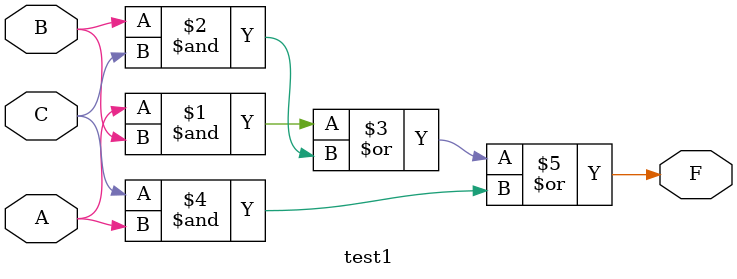
<source format=v>
`timescale 1ns / 1ps


module test1(A,B,C,F);
    input A;
    input B;
    input C;
    output F;
    assign F=A&B|B&C|C&A;
endmodule

</source>
